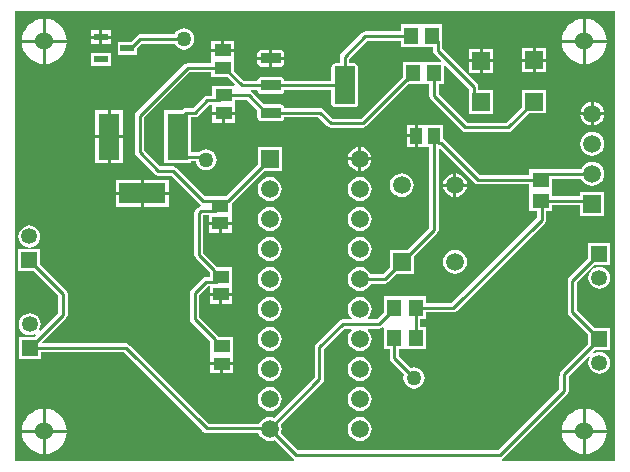
<source format=gtl>
G04*
G04 #@! TF.GenerationSoftware,Altium Limited,Altium Designer,19.1.7 (138)*
G04*
G04 Layer_Physical_Order=1*
G04 Layer_Color=255*
%FSLAX25Y25*%
%MOIN*%
G70*
G01*
G75*
%ADD15C,0.01000*%
%ADD16R,0.04528X0.02362*%
%ADD17R,0.04331X0.05512*%
%ADD18R,0.05512X0.04724*%
%ADD19R,0.05512X0.04331*%
%ADD20R,0.04724X0.05512*%
G04:AMPARAMS|DCode=21|XSize=125.98mil|YSize=68.9mil|CornerRadius=2.07mil|HoleSize=0mil|Usage=FLASHONLY|Rotation=90.000|XOffset=0mil|YOffset=0mil|HoleType=Round|Shape=RoundedRectangle|*
%AMROUNDEDRECTD21*
21,1,0.12598,0.06476,0,0,90.0*
21,1,0.12185,0.06890,0,0,90.0*
1,1,0.00413,0.03238,0.06093*
1,1,0.00413,0.03238,-0.06093*
1,1,0.00413,-0.03238,-0.06093*
1,1,0.00413,-0.03238,0.06093*
%
%ADD21ROUNDEDRECTD21*%
G04:AMPARAMS|DCode=22|XSize=35.43mil|YSize=68.9mil|CornerRadius=1.95mil|HoleSize=0mil|Usage=FLASHONLY|Rotation=90.000|XOffset=0mil|YOffset=0mil|HoleType=Round|Shape=RoundedRectangle|*
%AMROUNDEDRECTD22*
21,1,0.03543,0.06500,0,0,90.0*
21,1,0.03154,0.06890,0,0,90.0*
1,1,0.00390,0.03250,0.01577*
1,1,0.00390,0.03250,-0.01577*
1,1,0.00390,-0.03250,-0.01577*
1,1,0.00390,-0.03250,0.01577*
%
%ADD22ROUNDEDRECTD22*%
%ADD23R,0.05906X0.05906*%
%ADD40C,0.05906*%
%ADD41R,0.05906X0.05906*%
%ADD42C,0.06000*%
%ADD43R,0.07087X0.15748*%
%ADD44R,0.15748X0.07087*%
%ADD45R,0.05315X0.05315*%
%ADD46C,0.05315*%
%ADD47C,0.05000*%
G36*
X200229Y200D02*
X162520D01*
X162397Y662D01*
X162405Y700D01*
X162881Y1019D01*
X184281Y22419D01*
X184613Y22915D01*
X184729Y23500D01*
Y27797D01*
X184829Y28300D01*
Y28411D01*
X191427Y35009D01*
X191834Y34745D01*
X191466Y33855D01*
X191340Y32900D01*
X191466Y31945D01*
X191834Y31056D01*
X192421Y30292D01*
X193185Y29705D01*
X194074Y29337D01*
X195029Y29211D01*
X195984Y29337D01*
X196874Y29705D01*
X197638Y30292D01*
X198224Y31056D01*
X198592Y31945D01*
X198718Y32900D01*
X198592Y33855D01*
X198224Y34745D01*
X197638Y35509D01*
X196874Y36095D01*
X195984Y36463D01*
X195029Y36589D01*
X194074Y36463D01*
X193185Y36095D01*
X192920Y36502D01*
X193535Y37117D01*
X198687D01*
Y44431D01*
X193535D01*
X187558Y50407D01*
Y59636D01*
X191984Y64062D01*
X192361Y63731D01*
X192188Y63506D01*
X191834Y63045D01*
X191466Y62155D01*
X191340Y61200D01*
X191466Y60245D01*
X191834Y59355D01*
X192421Y58592D01*
X193185Y58005D01*
X194074Y57637D01*
X195029Y57511D01*
X195984Y57637D01*
X196874Y58005D01*
X197638Y58592D01*
X198224Y59355D01*
X198592Y60245D01*
X198718Y61200D01*
X198592Y62155D01*
X198224Y63045D01*
X197638Y63809D01*
X196874Y64395D01*
X195984Y64763D01*
X195029Y64889D01*
X194074Y64763D01*
X193185Y64395D01*
X192724Y64041D01*
X192498Y63868D01*
X192168Y64245D01*
X193340Y65417D01*
X198687D01*
Y72732D01*
X191372D01*
Y67774D01*
X184948Y61351D01*
X184616Y60854D01*
X184500Y60269D01*
Y49774D01*
X184616Y49189D01*
X184948Y48693D01*
X191372Y42269D01*
Y39279D01*
X182219Y30126D01*
X181887Y29630D01*
X181771Y29045D01*
Y28703D01*
X181671Y28200D01*
Y24134D01*
X161167Y3629D01*
X94445D01*
X88775Y9299D01*
X88967Y9763D01*
X89103Y10795D01*
X88967Y11827D01*
X88775Y12291D01*
X102781Y26298D01*
X103113Y26794D01*
X103229Y27379D01*
Y37466D01*
X110034Y44271D01*
X112331D01*
X112501Y43771D01*
X112297Y43614D01*
X111663Y42788D01*
X111265Y41827D01*
X111129Y40795D01*
X111265Y39763D01*
X111663Y38802D01*
X112297Y37976D01*
X113123Y37342D01*
X114084Y36944D01*
X115116Y36808D01*
X116148Y36944D01*
X117109Y37342D01*
X117935Y37976D01*
X118569Y38802D01*
X118967Y39763D01*
X119103Y40795D01*
X118967Y41827D01*
X118569Y42788D01*
X117935Y43614D01*
X117731Y43771D01*
X117901Y44271D01*
X121641D01*
X122226Y44387D01*
X122723Y44719D01*
X122824Y44820D01*
X123324Y44613D01*
Y37339D01*
X125156D01*
Y34314D01*
X125273Y33729D01*
X125604Y33233D01*
X129888Y28949D01*
X129790Y28714D01*
X129670Y27800D01*
X129790Y26886D01*
X130143Y26035D01*
X130704Y25304D01*
X131435Y24743D01*
X132286Y24390D01*
X133200Y24270D01*
X134114Y24390D01*
X134965Y24743D01*
X135696Y25304D01*
X136257Y26035D01*
X136610Y26886D01*
X136730Y27800D01*
X136610Y28714D01*
X136257Y29565D01*
X135696Y30296D01*
X134965Y30857D01*
X134114Y31210D01*
X133200Y31330D01*
X132286Y31210D01*
X132051Y31112D01*
X128215Y34948D01*
Y37339D01*
X129910D01*
X130048Y37339D01*
X130410D01*
X130548Y37339D01*
X137135D01*
Y44851D01*
X135258D01*
Y47439D01*
X137091D01*
Y49666D01*
X146324D01*
X146909Y49782D01*
X147406Y50114D01*
X176811Y79519D01*
X177142Y80015D01*
X177259Y80600D01*
Y83495D01*
X179185D01*
Y85327D01*
X188676D01*
Y81947D01*
X196582D01*
Y89853D01*
X188676D01*
Y88386D01*
X179185D01*
Y90081D01*
X179185Y90219D01*
Y90581D01*
X179185Y90719D01*
Y94276D01*
X189023D01*
X189176Y93907D01*
X189810Y93081D01*
X190636Y92447D01*
X191597Y92049D01*
X192629Y91913D01*
X193661Y92049D01*
X194623Y92447D01*
X195448Y93081D01*
X196082Y93907D01*
X196480Y94868D01*
X196616Y95900D01*
X196480Y96932D01*
X196082Y97893D01*
X195448Y98719D01*
X194623Y99353D01*
X193661Y99751D01*
X192629Y99887D01*
X191597Y99751D01*
X190636Y99353D01*
X189810Y98719D01*
X189176Y97893D01*
X188945Y97335D01*
X177291D01*
X177144Y97306D01*
X171673D01*
Y95473D01*
X155072D01*
X143219Y107325D01*
X143047Y107440D01*
Y112256D01*
X134476D01*
Y108500D01*
Y104744D01*
X138353D01*
Y77849D01*
X130961Y70458D01*
X125218D01*
Y64715D01*
X122828Y62325D01*
X118761D01*
X118569Y62788D01*
X117935Y63614D01*
X117109Y64248D01*
X116148Y64646D01*
X115116Y64782D01*
X114084Y64646D01*
X113123Y64248D01*
X112297Y63614D01*
X111663Y62788D01*
X111265Y61827D01*
X111129Y60795D01*
X111265Y59763D01*
X111663Y58802D01*
X112297Y57976D01*
X113123Y57342D01*
X114084Y56944D01*
X115116Y56808D01*
X116148Y56944D01*
X117109Y57342D01*
X117935Y57976D01*
X118569Y58802D01*
X118761Y59266D01*
X123461D01*
X124047Y59382D01*
X124543Y59714D01*
X127381Y62552D01*
X133124D01*
Y68295D01*
X140963Y76134D01*
X141295Y76631D01*
X141411Y77216D01*
Y104101D01*
X141911Y104308D01*
X153357Y92862D01*
X153853Y92530D01*
X154439Y92414D01*
X171673D01*
Y90719D01*
X171673Y90581D01*
Y90219D01*
X171673Y90081D01*
Y83495D01*
X174200D01*
Y81234D01*
X145691Y52724D01*
X137091D01*
Y54951D01*
X130505D01*
X130367Y54951D01*
X130005D01*
X129867Y54951D01*
X123280D01*
Y49602D01*
X121008Y47329D01*
X117914D01*
X117744Y47829D01*
X117935Y47976D01*
X118569Y48802D01*
X118967Y49763D01*
X119103Y50795D01*
X118967Y51827D01*
X118569Y52789D01*
X117935Y53614D01*
X117109Y54248D01*
X116148Y54646D01*
X115116Y54782D01*
X114084Y54646D01*
X113123Y54248D01*
X112297Y53614D01*
X111663Y52789D01*
X111265Y51827D01*
X111129Y50795D01*
X111265Y49763D01*
X111663Y48802D01*
X112297Y47976D01*
X112488Y47829D01*
X112318Y47329D01*
X109400D01*
X108815Y47213D01*
X108319Y46881D01*
X100619Y39181D01*
X100287Y38685D01*
X100171Y38100D01*
Y28013D01*
X86612Y14454D01*
X86148Y14646D01*
X85116Y14782D01*
X84084Y14646D01*
X83123Y14248D01*
X82297Y13614D01*
X81663Y12788D01*
X81556Y12529D01*
X64733D01*
X38355Y38907D01*
X37859Y39239D01*
X37274Y39355D01*
X9475D01*
X9283Y39817D01*
X17311Y47844D01*
X17642Y48341D01*
X17759Y48926D01*
Y55895D01*
X17642Y56480D01*
X17311Y56976D01*
X8687Y65601D01*
Y70753D01*
X1372D01*
Y63438D01*
X6524D01*
X14700Y55262D01*
Y49560D01*
X8731Y43591D01*
X8324Y43856D01*
X8692Y44745D01*
X8818Y45700D01*
X8692Y46655D01*
X8324Y47545D01*
X7738Y48309D01*
X6974Y48895D01*
X6084Y49263D01*
X5129Y49389D01*
X4174Y49263D01*
X3285Y48895D01*
X2521Y48309D01*
X1934Y47545D01*
X1566Y46655D01*
X1440Y45700D01*
X1566Y44745D01*
X1934Y43856D01*
X2521Y43091D01*
X3285Y42505D01*
X4174Y42137D01*
X5129Y42011D01*
X6084Y42137D01*
X6974Y42505D01*
X7238Y42098D01*
X6624Y41484D01*
X1472D01*
Y34168D01*
X8787D01*
Y36297D01*
X36641D01*
X63019Y9919D01*
X63515Y9587D01*
X64100Y9471D01*
X81386D01*
X81663Y8802D01*
X82297Y7976D01*
X83123Y7342D01*
X84084Y6944D01*
X85116Y6808D01*
X86148Y6944D01*
X86612Y7136D01*
X92730Y1019D01*
X93206Y700D01*
X93214Y662D01*
X93092Y200D01*
X229Y200D01*
X229Y150200D01*
X200229D01*
X200229Y200D01*
D02*
G37*
%LPC*%
G36*
X32064Y143621D02*
X29300D01*
Y141940D01*
X32064D01*
Y143621D01*
D02*
G37*
G36*
X28300D02*
X25536D01*
Y141940D01*
X28300D01*
Y143621D01*
D02*
G37*
G36*
X190500Y147487D02*
Y140500D01*
X197487D01*
X197391Y141470D01*
X196963Y142884D01*
X196266Y144187D01*
X195329Y145329D01*
X194187Y146266D01*
X192884Y146963D01*
X191470Y147391D01*
X190500Y147487D01*
D02*
G37*
G36*
X189500D02*
X188530Y147391D01*
X187116Y146963D01*
X185813Y146266D01*
X184671Y145329D01*
X183734Y144187D01*
X183037Y142884D01*
X182608Y141470D01*
X182513Y140500D01*
X189500D01*
Y147487D01*
D02*
G37*
G36*
X10500D02*
Y140500D01*
X17487D01*
X17391Y141470D01*
X16963Y142884D01*
X16266Y144187D01*
X15329Y145329D01*
X14187Y146266D01*
X12884Y146963D01*
X11470Y147391D01*
X10500Y147487D01*
D02*
G37*
G36*
X9500D02*
X8530Y147391D01*
X7116Y146963D01*
X5813Y146266D01*
X4671Y145329D01*
X3734Y144187D01*
X3037Y142884D01*
X2609Y141470D01*
X2513Y140500D01*
X9500D01*
Y147487D01*
D02*
G37*
G36*
X32064Y140940D02*
X29300D01*
Y139259D01*
X32064D01*
Y140940D01*
D02*
G37*
G36*
X28300D02*
X25536D01*
Y139259D01*
X28300D01*
Y140940D01*
D02*
G37*
G36*
X73185Y140271D02*
X69929D01*
Y137606D01*
X73185D01*
Y140271D01*
D02*
G37*
G36*
X68929D02*
X65673D01*
Y137606D01*
X68929D01*
Y140271D01*
D02*
G37*
G36*
X56529Y144330D02*
X55615Y144210D01*
X54764Y143857D01*
X54033Y143296D01*
X53472Y142565D01*
X53374Y142329D01*
X41841D01*
X41256Y142213D01*
X40760Y141881D01*
X38759Y139881D01*
X34394D01*
Y135519D01*
X40922D01*
Y137718D01*
X42474Y139271D01*
X53374D01*
X53472Y139035D01*
X54033Y138304D01*
X54764Y137743D01*
X55615Y137390D01*
X56529Y137270D01*
X57443Y137390D01*
X58294Y137743D01*
X59025Y138304D01*
X59586Y139035D01*
X59939Y139886D01*
X60059Y140800D01*
X59939Y141714D01*
X59586Y142565D01*
X59025Y143296D01*
X58294Y143857D01*
X57443Y144210D01*
X56529Y144330D01*
D02*
G37*
G36*
X88776Y137150D02*
X86026D01*
Y134855D01*
X89994D01*
Y135932D01*
X89902Y136398D01*
X89637Y136793D01*
X89242Y137057D01*
X88776Y137150D01*
D02*
G37*
G36*
X85026D02*
X82276D01*
X81810Y137057D01*
X81415Y136793D01*
X81150Y136398D01*
X81058Y135932D01*
Y134855D01*
X85026D01*
Y137150D01*
D02*
G37*
G36*
X177182Y137653D02*
X173729D01*
Y134200D01*
X177182D01*
Y137653D01*
D02*
G37*
G36*
X172729D02*
X169276D01*
Y134200D01*
X172729D01*
Y137653D01*
D02*
G37*
G36*
X159582Y137453D02*
X156129D01*
Y134000D01*
X159582D01*
Y137453D01*
D02*
G37*
G36*
X155129D02*
X151676D01*
Y134000D01*
X155129D01*
Y137453D01*
D02*
G37*
G36*
X197487Y139500D02*
X190500D01*
Y132513D01*
X191470Y132608D01*
X192884Y133037D01*
X194187Y133734D01*
X195329Y134671D01*
X196266Y135813D01*
X196963Y137116D01*
X197391Y138530D01*
X197487Y139500D01*
D02*
G37*
G36*
X189500D02*
X182513D01*
X182608Y138530D01*
X183037Y137116D01*
X183734Y135813D01*
X184671Y134671D01*
X185813Y133734D01*
X187116Y133037D01*
X188530Y132608D01*
X189500Y132513D01*
Y139500D01*
D02*
G37*
G36*
X17487D02*
X10500D01*
Y132513D01*
X11470Y132608D01*
X12884Y133037D01*
X14187Y133734D01*
X15329Y134671D01*
X16266Y135813D01*
X16963Y137116D01*
X17391Y138530D01*
X17487Y139500D01*
D02*
G37*
G36*
X9500D02*
X2513D01*
X2609Y138530D01*
X3037Y137116D01*
X3734Y135813D01*
X4671Y134671D01*
X5813Y133734D01*
X7116Y133037D01*
X8530Y132608D01*
X9500Y132513D01*
Y139500D01*
D02*
G37*
G36*
X32064Y136141D02*
X25536D01*
Y131779D01*
X32064D01*
Y136141D01*
D02*
G37*
G36*
X89994Y133855D02*
X86026D01*
Y131560D01*
X88776D01*
X89242Y131653D01*
X89637Y131917D01*
X89902Y132312D01*
X89994Y132778D01*
Y133855D01*
D02*
G37*
G36*
X85026D02*
X81058D01*
Y132778D01*
X81150Y132312D01*
X81415Y131917D01*
X81810Y131653D01*
X82276Y131560D01*
X85026D01*
Y133855D01*
D02*
G37*
G36*
X177182Y133200D02*
X173729D01*
Y129747D01*
X177182D01*
Y133200D01*
D02*
G37*
G36*
X172729D02*
X169276D01*
Y129747D01*
X172729D01*
Y133200D01*
D02*
G37*
G36*
X159582Y133000D02*
X156129D01*
Y129547D01*
X159582D01*
Y133000D01*
D02*
G37*
G36*
X155129D02*
X151676D01*
Y129547D01*
X155129D01*
Y133000D01*
D02*
G37*
G36*
X135910Y145656D02*
X135548D01*
X135410Y145656D01*
X128824D01*
Y143329D01*
X117029D01*
X116444Y143213D01*
X115948Y142881D01*
X109051Y135985D01*
X108719Y135488D01*
X108603Y134903D01*
Y132623D01*
X106894D01*
X106423Y132529D01*
X106024Y132263D01*
X105757Y131863D01*
X105664Y131393D01*
Y126829D01*
X89994D01*
Y126877D01*
X89902Y127343D01*
X89637Y127738D01*
X89242Y128002D01*
X88776Y128095D01*
X82276D01*
X81810Y128002D01*
X81415Y127738D01*
X81150Y127343D01*
X81058Y126877D01*
Y126829D01*
X76553D01*
X73185Y130198D01*
Y133940D01*
Y136606D01*
X69429D01*
X65673D01*
Y133940D01*
Y132729D01*
X57729D01*
X57144Y132613D01*
X56648Y132281D01*
X40648Y116281D01*
X40316Y115785D01*
X40200Y115200D01*
Y103000D01*
X40316Y102415D01*
X40648Y101919D01*
X46848Y95719D01*
X47344Y95387D01*
X47929Y95271D01*
X52296D01*
X61787Y85779D01*
X62127Y85552D01*
X62132Y85420D01*
X62006Y85032D01*
X61559Y84943D01*
X61063Y84611D01*
X60448Y83996D01*
X60116Y83499D01*
X60000Y82914D01*
Y68895D01*
X60116Y68310D01*
X60448Y67814D01*
X65055Y63207D01*
X65073Y63113D01*
Y61459D01*
X63959D01*
X63374Y61343D01*
X62877Y61011D01*
X59048Y57181D01*
X58716Y56685D01*
X58600Y56100D01*
Y47395D01*
X58716Y46810D01*
X59048Y46314D01*
X65355Y40007D01*
X65373Y39913D01*
Y35230D01*
Y32990D01*
X72885D01*
Y35230D01*
Y41560D01*
X68070D01*
X67955Y41732D01*
X61659Y48029D01*
Y55467D01*
X64573Y58381D01*
X65073Y58354D01*
Y56190D01*
X72585D01*
Y58430D01*
Y64760D01*
X67770D01*
X67655Y64932D01*
X63059Y69529D01*
Y82000D01*
X64926D01*
Y79790D01*
X72438D01*
Y82030D01*
Y85954D01*
X83326Y96842D01*
X89069D01*
Y104748D01*
X81163D01*
Y99005D01*
X70548Y88390D01*
X70347D01*
X70200Y88360D01*
X67164D01*
X67017Y88390D01*
X63502D01*
X54011Y97881D01*
X53514Y98213D01*
X52929Y98329D01*
X48563D01*
X43259Y103633D01*
Y114567D01*
X58363Y129671D01*
X65673D01*
Y128035D01*
X71022D01*
X73439Y125618D01*
X73232Y125118D01*
X73090Y125118D01*
X65973D01*
Y121817D01*
X64380D01*
X63794Y121700D01*
X63298Y121369D01*
X59733Y117803D01*
X57272D01*
X56687Y117687D01*
X56191Y117356D01*
X55963Y117128D01*
X49886D01*
Y99379D01*
X58972D01*
Y99997D01*
X60465D01*
X60519Y99586D01*
X60872Y98735D01*
X61433Y98004D01*
X62164Y97443D01*
X63015Y97090D01*
X63929Y96970D01*
X64843Y97090D01*
X65694Y97443D01*
X66425Y98004D01*
X66986Y98735D01*
X67339Y99586D01*
X67459Y100500D01*
X67339Y101414D01*
X66986Y102265D01*
X66425Y102996D01*
X65694Y103557D01*
X64843Y103910D01*
X63929Y104030D01*
X63015Y103910D01*
X62164Y103557D01*
X61510Y103055D01*
X58972D01*
Y114745D01*
X60366D01*
X60951Y114861D01*
X61448Y115193D01*
X65013Y118758D01*
X65973D01*
Y116547D01*
X73485D01*
Y118787D01*
Y120423D01*
X77511D01*
X81058Y116877D01*
Y114668D01*
X81150Y114202D01*
X81415Y113807D01*
X81810Y113543D01*
X82276Y113450D01*
X88776D01*
X89242Y113543D01*
X89637Y113807D01*
X89902Y114202D01*
X89994Y114668D01*
Y114716D01*
X101251D01*
X104348Y111619D01*
X104844Y111287D01*
X105429Y111171D01*
X116086D01*
X116671Y111287D01*
X117167Y111619D01*
X131193Y125644D01*
X136010D01*
X136148Y125644D01*
X136510D01*
X136648Y125644D01*
X138343D01*
Y121757D01*
X138460Y121171D01*
X138791Y120675D01*
X149248Y110219D01*
X149744Y109887D01*
X150329Y109771D01*
X164609D01*
X165194Y109887D01*
X165690Y110219D01*
X171439Y115968D01*
X177182D01*
Y123873D01*
X169276D01*
Y118131D01*
X163975Y112829D01*
X150963D01*
X141402Y122390D01*
Y125644D01*
X143235D01*
Y132013D01*
X143697Y132205D01*
X151647Y124254D01*
Y122173D01*
X151676Y122025D01*
Y115768D01*
X159582D01*
Y123673D01*
X154706D01*
Y124888D01*
X154589Y125473D01*
X154258Y125969D01*
X142664Y137563D01*
Y140038D01*
X142635Y140186D01*
Y145656D01*
X136048D01*
X135910Y145656D01*
D02*
G37*
G36*
X193129Y119821D02*
Y116400D01*
X196550D01*
X196480Y116932D01*
X196082Y117893D01*
X195448Y118719D01*
X194623Y119353D01*
X193661Y119751D01*
X193129Y119821D01*
D02*
G37*
G36*
X192129D02*
X191597Y119751D01*
X190636Y119353D01*
X189810Y118719D01*
X189176Y117893D01*
X188778Y116932D01*
X188708Y116400D01*
X192129D01*
Y119821D01*
D02*
G37*
G36*
X73485Y115547D02*
X70229D01*
Y112882D01*
X73485D01*
Y115547D01*
D02*
G37*
G36*
X69229D02*
X65973D01*
Y112882D01*
X69229D01*
Y115547D01*
D02*
G37*
G36*
X192129Y115400D02*
X188708D01*
X188778Y114868D01*
X189176Y113907D01*
X189810Y113081D01*
X190636Y112447D01*
X191597Y112049D01*
X192129Y111979D01*
Y115400D01*
D02*
G37*
G36*
X196550D02*
X193129D01*
Y111979D01*
X193661Y112049D01*
X194623Y112447D01*
X195448Y113081D01*
X196082Y113907D01*
X196480Y114868D01*
X196550Y115400D01*
D02*
G37*
G36*
X133476Y112256D02*
X130811D01*
Y109000D01*
X133476D01*
Y112256D01*
D02*
G37*
G36*
X36138Y117128D02*
X32094D01*
Y108754D01*
X36138D01*
Y117128D01*
D02*
G37*
G36*
X31095D02*
X27051D01*
Y108754D01*
X31095D01*
Y117128D01*
D02*
G37*
G36*
X133476Y108000D02*
X130811D01*
Y104744D01*
X133476D01*
Y108000D01*
D02*
G37*
G36*
X192629Y109887D02*
X191597Y109751D01*
X190636Y109353D01*
X189810Y108719D01*
X189176Y107893D01*
X188778Y106932D01*
X188642Y105900D01*
X188778Y104868D01*
X189176Y103907D01*
X189810Y103081D01*
X190636Y102447D01*
X191597Y102049D01*
X192629Y101913D01*
X193661Y102049D01*
X194623Y102447D01*
X195448Y103081D01*
X196082Y103907D01*
X196480Y104868D01*
X196616Y105900D01*
X196480Y106932D01*
X196082Y107893D01*
X195448Y108719D01*
X194623Y109353D01*
X193661Y109751D01*
X192629Y109887D01*
D02*
G37*
G36*
X115616Y104716D02*
Y101295D01*
X119037D01*
X118967Y101827D01*
X118569Y102788D01*
X117935Y103614D01*
X117109Y104248D01*
X116148Y104646D01*
X115616Y104716D01*
D02*
G37*
G36*
X114616D02*
X114084Y104646D01*
X113123Y104248D01*
X112297Y103614D01*
X111663Y102788D01*
X111265Y101827D01*
X111195Y101295D01*
X114616D01*
Y104716D01*
D02*
G37*
G36*
X36138Y107754D02*
X32094D01*
Y99379D01*
X36138D01*
Y107754D01*
D02*
G37*
G36*
X31095D02*
X27051D01*
Y99379D01*
X31095D01*
Y107754D01*
D02*
G37*
G36*
X119037Y100295D02*
X115616D01*
Y96874D01*
X116148Y96944D01*
X117109Y97342D01*
X117935Y97976D01*
X118569Y98802D01*
X118967Y99763D01*
X119037Y100295D01*
D02*
G37*
G36*
X114616D02*
X111195D01*
X111265Y99763D01*
X111663Y98802D01*
X112297Y97976D01*
X113123Y97342D01*
X114084Y96944D01*
X114616Y96874D01*
Y100295D01*
D02*
G37*
G36*
X147387Y96016D02*
Y92595D01*
X150808D01*
X150738Y93127D01*
X150340Y94089D01*
X149706Y94914D01*
X148881Y95548D01*
X147919Y95946D01*
X147387Y96016D01*
D02*
G37*
G36*
X146387D02*
X145855Y95946D01*
X144894Y95548D01*
X144068Y94914D01*
X143435Y94089D01*
X143036Y93127D01*
X142966Y92595D01*
X146387D01*
Y96016D01*
D02*
G37*
G36*
X51492Y93899D02*
X43118D01*
Y89856D01*
X51492D01*
Y93899D01*
D02*
G37*
G36*
X42118D02*
X33744D01*
Y89856D01*
X42118D01*
Y93899D01*
D02*
G37*
G36*
X150808Y91595D02*
X147387D01*
Y88174D01*
X147919Y88244D01*
X148881Y88643D01*
X149706Y89276D01*
X150340Y90102D01*
X150738Y91063D01*
X150808Y91595D01*
D02*
G37*
G36*
X146387D02*
X142966D01*
X143036Y91063D01*
X143435Y90102D01*
X144068Y89276D01*
X144894Y88643D01*
X145855Y88244D01*
X146387Y88174D01*
Y91595D01*
D02*
G37*
G36*
X129171Y96082D02*
X128139Y95946D01*
X127177Y95548D01*
X126352Y94914D01*
X125718Y94089D01*
X125320Y93127D01*
X125184Y92095D01*
X125320Y91063D01*
X125718Y90102D01*
X126352Y89276D01*
X127177Y88643D01*
X128139Y88244D01*
X129171Y88108D01*
X130203Y88244D01*
X131164Y88643D01*
X131990Y89276D01*
X132624Y90102D01*
X133022Y91063D01*
X133158Y92095D01*
X133022Y93127D01*
X132624Y94089D01*
X131990Y94914D01*
X131164Y95548D01*
X130203Y95946D01*
X129171Y96082D01*
D02*
G37*
G36*
X115116Y94782D02*
X114084Y94646D01*
X113123Y94248D01*
X112297Y93614D01*
X111663Y92788D01*
X111265Y91827D01*
X111129Y90795D01*
X111265Y89763D01*
X111663Y88802D01*
X112297Y87976D01*
X113123Y87342D01*
X114084Y86944D01*
X115116Y86808D01*
X116148Y86944D01*
X117109Y87342D01*
X117935Y87976D01*
X118569Y88802D01*
X118967Y89763D01*
X119103Y90795D01*
X118967Y91827D01*
X118569Y92788D01*
X117935Y93614D01*
X117109Y94248D01*
X116148Y94646D01*
X115116Y94782D01*
D02*
G37*
G36*
X85116D02*
X84084Y94646D01*
X83123Y94248D01*
X82297Y93614D01*
X81663Y92788D01*
X81265Y91827D01*
X81129Y90795D01*
X81265Y89763D01*
X81663Y88802D01*
X82297Y87976D01*
X83123Y87342D01*
X84084Y86944D01*
X85116Y86808D01*
X86148Y86944D01*
X87109Y87342D01*
X87935Y87976D01*
X88569Y88802D01*
X88967Y89763D01*
X89103Y90795D01*
X88967Y91827D01*
X88569Y92788D01*
X87935Y93614D01*
X87109Y94248D01*
X86148Y94646D01*
X85116Y94782D01*
D02*
G37*
G36*
X51492Y88856D02*
X43118D01*
Y84813D01*
X51492D01*
Y88856D01*
D02*
G37*
G36*
X42118D02*
X33744D01*
Y84813D01*
X42118D01*
Y88856D01*
D02*
G37*
G36*
X115116Y84782D02*
X114084Y84646D01*
X113123Y84248D01*
X112297Y83614D01*
X111663Y82788D01*
X111265Y81827D01*
X111129Y80795D01*
X111265Y79763D01*
X111663Y78802D01*
X112297Y77976D01*
X113123Y77342D01*
X114084Y76944D01*
X115116Y76808D01*
X116148Y76944D01*
X117109Y77342D01*
X117935Y77976D01*
X118569Y78802D01*
X118967Y79763D01*
X119103Y80795D01*
X118967Y81827D01*
X118569Y82788D01*
X117935Y83614D01*
X117109Y84248D01*
X116148Y84646D01*
X115116Y84782D01*
D02*
G37*
G36*
X85116D02*
X84084Y84646D01*
X83123Y84248D01*
X82297Y83614D01*
X81663Y82788D01*
X81265Y81827D01*
X81129Y80795D01*
X81265Y79763D01*
X81663Y78802D01*
X82297Y77976D01*
X83123Y77342D01*
X84084Y76944D01*
X85116Y76808D01*
X86148Y76944D01*
X87109Y77342D01*
X87935Y77976D01*
X88569Y78802D01*
X88967Y79763D01*
X89103Y80795D01*
X88967Y81827D01*
X88569Y82788D01*
X87935Y83614D01*
X87109Y84248D01*
X86148Y84646D01*
X85116Y84782D01*
D02*
G37*
G36*
X72438Y78790D02*
X69182D01*
Y76124D01*
X72438D01*
Y78790D01*
D02*
G37*
G36*
X68182D02*
X64926D01*
Y76124D01*
X68182D01*
Y78790D01*
D02*
G37*
G36*
X5029Y78658D02*
X4074Y78532D01*
X3185Y78164D01*
X2421Y77578D01*
X1834Y76814D01*
X1466Y75924D01*
X1340Y74969D01*
X1466Y74014D01*
X1834Y73125D01*
X2421Y72361D01*
X3185Y71774D01*
X4074Y71406D01*
X5029Y71280D01*
X5984Y71406D01*
X6874Y71774D01*
X7638Y72361D01*
X8224Y73125D01*
X8592Y74014D01*
X8718Y74969D01*
X8592Y75924D01*
X8224Y76814D01*
X7638Y77578D01*
X6874Y78164D01*
X5984Y78532D01*
X5029Y78658D01*
D02*
G37*
G36*
X115116Y74782D02*
X114084Y74646D01*
X113123Y74248D01*
X112297Y73614D01*
X111663Y72789D01*
X111265Y71827D01*
X111129Y70795D01*
X111265Y69763D01*
X111663Y68802D01*
X112297Y67976D01*
X113123Y67342D01*
X114084Y66944D01*
X115116Y66808D01*
X116148Y66944D01*
X117109Y67342D01*
X117935Y67976D01*
X118569Y68802D01*
X118967Y69763D01*
X119103Y70795D01*
X118967Y71827D01*
X118569Y72789D01*
X117935Y73614D01*
X117109Y74248D01*
X116148Y74646D01*
X115116Y74782D01*
D02*
G37*
G36*
X85116D02*
X84084Y74646D01*
X83123Y74248D01*
X82297Y73614D01*
X81663Y72789D01*
X81265Y71827D01*
X81129Y70795D01*
X81265Y69763D01*
X81663Y68802D01*
X82297Y67976D01*
X83123Y67342D01*
X84084Y66944D01*
X85116Y66808D01*
X86148Y66944D01*
X87109Y67342D01*
X87935Y67976D01*
X88569Y68802D01*
X88967Y69763D01*
X89103Y70795D01*
X88967Y71827D01*
X88569Y72789D01*
X87935Y73614D01*
X87109Y74248D01*
X86148Y74646D01*
X85116Y74782D01*
D02*
G37*
G36*
X146887Y70492D02*
X145855Y70356D01*
X144894Y69957D01*
X144068Y69324D01*
X143435Y68498D01*
X143036Y67537D01*
X142901Y66505D01*
X143036Y65473D01*
X143435Y64511D01*
X144068Y63686D01*
X144894Y63052D01*
X145855Y62654D01*
X146887Y62518D01*
X147919Y62654D01*
X148881Y63052D01*
X149706Y63686D01*
X150340Y64511D01*
X150738Y65473D01*
X150874Y66505D01*
X150738Y67537D01*
X150340Y68498D01*
X149706Y69324D01*
X148881Y69957D01*
X147919Y70356D01*
X146887Y70492D01*
D02*
G37*
G36*
X85116Y64782D02*
X84084Y64646D01*
X83123Y64248D01*
X82297Y63614D01*
X81663Y62788D01*
X81265Y61827D01*
X81129Y60795D01*
X81265Y59763D01*
X81663Y58802D01*
X82297Y57976D01*
X83123Y57342D01*
X84084Y56944D01*
X85116Y56808D01*
X86148Y56944D01*
X87109Y57342D01*
X87935Y57976D01*
X88569Y58802D01*
X88967Y59763D01*
X89103Y60795D01*
X88967Y61827D01*
X88569Y62788D01*
X87935Y63614D01*
X87109Y64248D01*
X86148Y64646D01*
X85116Y64782D01*
D02*
G37*
G36*
X72585Y55190D02*
X69329D01*
Y52524D01*
X72585D01*
Y55190D01*
D02*
G37*
G36*
X68329D02*
X65073D01*
Y52524D01*
X68329D01*
Y55190D01*
D02*
G37*
G36*
X85116Y54782D02*
X84084Y54646D01*
X83123Y54248D01*
X82297Y53614D01*
X81663Y52789D01*
X81265Y51827D01*
X81129Y50795D01*
X81265Y49763D01*
X81663Y48802D01*
X82297Y47976D01*
X83123Y47342D01*
X84084Y46944D01*
X85116Y46808D01*
X86148Y46944D01*
X87109Y47342D01*
X87935Y47976D01*
X88569Y48802D01*
X88967Y49763D01*
X89103Y50795D01*
X88967Y51827D01*
X88569Y52789D01*
X87935Y53614D01*
X87109Y54248D01*
X86148Y54646D01*
X85116Y54782D01*
D02*
G37*
G36*
Y44782D02*
X84084Y44646D01*
X83123Y44248D01*
X82297Y43614D01*
X81663Y42788D01*
X81265Y41827D01*
X81129Y40795D01*
X81265Y39763D01*
X81663Y38802D01*
X82297Y37976D01*
X83123Y37342D01*
X84084Y36944D01*
X85116Y36808D01*
X86148Y36944D01*
X87109Y37342D01*
X87935Y37976D01*
X88569Y38802D01*
X88967Y39763D01*
X89103Y40795D01*
X88967Y41827D01*
X88569Y42788D01*
X87935Y43614D01*
X87109Y44248D01*
X86148Y44646D01*
X85116Y44782D01*
D02*
G37*
G36*
X72885Y31990D02*
X69629D01*
Y29324D01*
X72885D01*
Y31990D01*
D02*
G37*
G36*
X68629D02*
X65373D01*
Y29324D01*
X68629D01*
Y31990D01*
D02*
G37*
G36*
X115116Y34782D02*
X114084Y34646D01*
X113123Y34248D01*
X112297Y33614D01*
X111663Y32789D01*
X111265Y31827D01*
X111129Y30795D01*
X111265Y29763D01*
X111663Y28802D01*
X112297Y27976D01*
X113123Y27342D01*
X114084Y26944D01*
X115116Y26808D01*
X116148Y26944D01*
X117109Y27342D01*
X117935Y27976D01*
X118569Y28802D01*
X118967Y29763D01*
X119103Y30795D01*
X118967Y31827D01*
X118569Y32789D01*
X117935Y33614D01*
X117109Y34248D01*
X116148Y34646D01*
X115116Y34782D01*
D02*
G37*
G36*
X85116D02*
X84084Y34646D01*
X83123Y34248D01*
X82297Y33614D01*
X81663Y32789D01*
X81265Y31827D01*
X81129Y30795D01*
X81265Y29763D01*
X81663Y28802D01*
X82297Y27976D01*
X83123Y27342D01*
X84084Y26944D01*
X85116Y26808D01*
X86148Y26944D01*
X87109Y27342D01*
X87935Y27976D01*
X88569Y28802D01*
X88967Y29763D01*
X89103Y30795D01*
X88967Y31827D01*
X88569Y32789D01*
X87935Y33614D01*
X87109Y34248D01*
X86148Y34646D01*
X85116Y34782D01*
D02*
G37*
G36*
X115116Y24782D02*
X114084Y24646D01*
X113123Y24248D01*
X112297Y23614D01*
X111663Y22788D01*
X111265Y21827D01*
X111129Y20795D01*
X111265Y19763D01*
X111663Y18802D01*
X112297Y17976D01*
X113123Y17342D01*
X114084Y16944D01*
X115116Y16808D01*
X116148Y16944D01*
X117109Y17342D01*
X117935Y17976D01*
X118569Y18802D01*
X118967Y19763D01*
X119103Y20795D01*
X118967Y21827D01*
X118569Y22788D01*
X117935Y23614D01*
X117109Y24248D01*
X116148Y24646D01*
X115116Y24782D01*
D02*
G37*
G36*
X85116D02*
X84084Y24646D01*
X83123Y24248D01*
X82297Y23614D01*
X81663Y22788D01*
X81265Y21827D01*
X81129Y20795D01*
X81265Y19763D01*
X81663Y18802D01*
X82297Y17976D01*
X83123Y17342D01*
X84084Y16944D01*
X85116Y16808D01*
X86148Y16944D01*
X87109Y17342D01*
X87935Y17976D01*
X88569Y18802D01*
X88967Y19763D01*
X89103Y20795D01*
X88967Y21827D01*
X88569Y22788D01*
X87935Y23614D01*
X87109Y24248D01*
X86148Y24646D01*
X85116Y24782D01*
D02*
G37*
G36*
X190500Y17487D02*
Y10500D01*
X197487D01*
X197391Y11470D01*
X196963Y12884D01*
X196266Y14187D01*
X195329Y15329D01*
X194187Y16266D01*
X192884Y16963D01*
X191470Y17391D01*
X190500Y17487D01*
D02*
G37*
G36*
X189500D02*
X188530Y17391D01*
X187116Y16963D01*
X185813Y16266D01*
X184671Y15329D01*
X183734Y14187D01*
X183037Y12884D01*
X182608Y11470D01*
X182513Y10500D01*
X189500D01*
Y17487D01*
D02*
G37*
G36*
X10500D02*
Y10500D01*
X17487D01*
X17391Y11470D01*
X16963Y12884D01*
X16266Y14187D01*
X15329Y15329D01*
X14187Y16266D01*
X12884Y16963D01*
X11470Y17391D01*
X10500Y17487D01*
D02*
G37*
G36*
X9500D02*
X8530Y17391D01*
X7116Y16963D01*
X5813Y16266D01*
X4671Y15329D01*
X3734Y14187D01*
X3037Y12884D01*
X2609Y11470D01*
X2513Y10500D01*
X9500D01*
Y17487D01*
D02*
G37*
G36*
X115116Y14782D02*
X114084Y14646D01*
X113123Y14248D01*
X112297Y13614D01*
X111663Y12788D01*
X111265Y11827D01*
X111129Y10795D01*
X111265Y9763D01*
X111663Y8802D01*
X112297Y7976D01*
X113123Y7342D01*
X114084Y6944D01*
X115116Y6808D01*
X116148Y6944D01*
X117109Y7342D01*
X117935Y7976D01*
X118569Y8802D01*
X118967Y9763D01*
X119103Y10795D01*
X118967Y11827D01*
X118569Y12788D01*
X117935Y13614D01*
X117109Y14248D01*
X116148Y14646D01*
X115116Y14782D01*
D02*
G37*
G36*
X197487Y9500D02*
X190500D01*
Y2513D01*
X191470Y2609D01*
X192884Y3037D01*
X194187Y3734D01*
X195329Y4671D01*
X196266Y5813D01*
X196963Y7116D01*
X197391Y8530D01*
X197487Y9500D01*
D02*
G37*
G36*
X189500D02*
X182513D01*
X182608Y8530D01*
X183037Y7116D01*
X183734Y5813D01*
X184671Y4671D01*
X185813Y3734D01*
X187116Y3037D01*
X188530Y2609D01*
X189500Y2513D01*
Y9500D01*
D02*
G37*
G36*
X17487D02*
X10500D01*
Y2513D01*
X11470Y2609D01*
X12884Y3037D01*
X14187Y3734D01*
X15329Y4671D01*
X16266Y5813D01*
X16963Y7116D01*
X17391Y8530D01*
X17487Y9500D01*
D02*
G37*
G36*
X9500D02*
X2513D01*
X2609Y8530D01*
X3037Y7116D01*
X3734Y5813D01*
X4671Y4671D01*
X5813Y3734D01*
X7116Y3037D01*
X8530Y2609D01*
X9500Y2513D01*
Y9500D01*
D02*
G37*
%LPD*%
G36*
X128824Y138144D02*
X135410D01*
X135548Y138144D01*
X135910D01*
X136048Y138144D01*
X139605D01*
Y136930D01*
X139722Y136344D01*
X140053Y135848D01*
X142283Y133618D01*
X142092Y133156D01*
X136648D01*
X136510Y133156D01*
X136148D01*
X136010Y133156D01*
X129424D01*
Y128201D01*
X115452Y114229D01*
X106063D01*
X102966Y117326D01*
X102470Y117658D01*
X101884Y117774D01*
X89994D01*
Y117822D01*
X89902Y118288D01*
X89637Y118683D01*
X89242Y118947D01*
X88776Y119040D01*
X83221D01*
X79226Y123034D01*
X78873Y123271D01*
X79024Y123771D01*
X81058D01*
Y123723D01*
X81150Y123257D01*
X81415Y122862D01*
X81810Y122598D01*
X82276Y122505D01*
X88776D01*
X89242Y122598D01*
X89637Y122862D01*
X89902Y123257D01*
X89994Y123723D01*
Y123771D01*
X105664D01*
Y119208D01*
X105757Y118737D01*
X106024Y118338D01*
X106423Y118071D01*
X106894Y117977D01*
X113371D01*
X113841Y118071D01*
X114240Y118338D01*
X114507Y118737D01*
X114601Y119208D01*
Y131393D01*
X114507Y131863D01*
X114240Y132263D01*
X113841Y132529D01*
X113371Y132623D01*
X111662D01*
Y134270D01*
X117663Y140271D01*
X128824D01*
Y138144D01*
D02*
G37*
D15*
X126686Y34314D02*
X133200Y27800D01*
X126686Y34314D02*
Y41095D01*
X183300Y28300D02*
Y29045D01*
X195029Y40774D01*
X183200Y28200D02*
X183300Y28300D01*
X183200Y23500D02*
Y28200D01*
X161800Y2100D02*
X183200Y23500D01*
X93811Y2100D02*
X161800D01*
X85116Y10795D02*
X93811Y2100D01*
X121641Y45800D02*
X126643Y50801D01*
Y51195D01*
X109400Y45800D02*
X121641D01*
X101700Y38100D02*
X109400Y45800D01*
X101700Y27379D02*
Y38100D01*
X85116Y10795D02*
X101700Y27379D01*
X64100Y11000D02*
X84911D01*
X85116Y10795D01*
X37274Y37826D02*
X64100Y11000D01*
X5129Y37826D02*
X37274D01*
X68534Y61300D02*
X68829Y61595D01*
X54229Y108254D02*
Y113231D01*
X57472Y101526D02*
X61821D01*
X54429Y104569D02*
X57472Y101526D01*
X54429Y104569D02*
Y108254D01*
X54229Y113231D02*
X57272Y116274D01*
X186029Y49774D02*
Y60269D01*
Y49774D02*
X195029Y40774D01*
X186029Y60269D02*
X194829Y69069D01*
X5129Y37826D02*
X16229Y48926D01*
X38741Y137700D02*
X41841Y140800D01*
X37658Y137700D02*
X38741D01*
X41841Y140800D02*
X56529D01*
X62847Y100500D02*
X63929D01*
X61821Y101526D02*
X62847Y100500D01*
X62869Y86860D02*
X67017D01*
X52929Y96800D02*
X62869Y86860D01*
X47929Y96800D02*
X52929D01*
X41729Y103000D02*
X47929Y96800D01*
X67017Y86860D02*
X68682Y85195D01*
X41729Y103000D02*
Y115200D01*
X57729Y131200D01*
X69429D01*
X139882Y107909D02*
Y108500D01*
Y77216D02*
Y107909D01*
X129171Y66505D02*
X139882Y77216D01*
X66873Y40060D02*
X68539Y38395D01*
X66873Y40060D02*
Y40651D01*
X67164Y59930D02*
X68534Y61300D01*
X16229Y48926D02*
Y55895D01*
X5029Y67095D02*
X16229Y55895D01*
X192535Y95806D02*
X192629Y95900D01*
X177291Y95806D02*
X192535D01*
X175429Y93943D02*
X177291Y95806D01*
X191672Y86857D02*
X192629Y85900D01*
X175429Y86857D02*
X191672D01*
X175729Y80600D02*
Y86557D01*
X175429Y86857D02*
X175729Y86557D01*
X146324Y51195D02*
X175729Y80600D01*
X133729Y51195D02*
X146324D01*
X133729Y41138D02*
X133772Y41095D01*
X133729Y41138D02*
Y51195D01*
X68682Y85195D02*
X70347Y86860D01*
X71181D01*
X85116Y100795D01*
X61529Y82914D02*
X62145Y83530D01*
X67017D01*
X68682Y85195D01*
X61529Y68895D02*
Y82914D01*
Y68895D02*
X66573Y63851D01*
Y63260D02*
Y63851D01*
Y63260D02*
X68239Y61595D01*
X68829D01*
X60129Y47395D02*
Y56100D01*
Y47395D02*
X66873Y40651D01*
X68539Y38395D02*
X69129D01*
X60129Y56100D02*
X63959Y59930D01*
X67164D01*
X126386Y40795D02*
X126686Y41095D01*
X126242Y50795D02*
X126643Y51195D01*
X115116Y60795D02*
X123461D01*
X129171Y66505D01*
X142138Y106244D02*
X154439Y93943D01*
X141547Y106244D02*
X142138D01*
X139882Y107909D02*
X141547Y106244D01*
X154439Y93943D02*
X175429D01*
X153176Y122173D02*
X155629Y119720D01*
X153176Y122173D02*
Y124888D01*
X141135Y136930D02*
X153176Y124888D01*
X141135Y136930D02*
Y140038D01*
X139272Y141900D02*
X141135Y140038D01*
X150329Y111300D02*
X164609D01*
X173229Y119921D01*
X139872Y121757D02*
X150329Y111300D01*
X139872Y121757D02*
Y129400D01*
X117029Y141800D02*
X132086D01*
X132186Y141900D01*
X110132Y134903D02*
X117029Y141800D01*
X110132Y125300D02*
Y134903D01*
X105429Y112700D02*
X116086D01*
X130530Y127144D01*
X130924D01*
X132786Y129006D01*
Y129400D01*
X101884Y116245D02*
X105429Y112700D01*
X85526Y116245D02*
X101884D01*
X69729Y121953D02*
X78145D01*
X83853Y116245D01*
X85526D01*
X70020Y131200D02*
X75920Y125300D01*
X69429Y131200D02*
X70020D01*
X75920Y125300D02*
X85526D01*
X110132D01*
X68064Y120287D02*
X69729Y121953D01*
X64380Y120287D02*
X68064D01*
X60366Y116274D02*
X64380Y120287D01*
X57272Y116274D02*
X60366D01*
D16*
X28800Y141440D02*
D03*
Y133960D02*
D03*
X37658Y137700D02*
D03*
D17*
X139882Y108500D02*
D03*
X133976D02*
D03*
D18*
X175429Y86857D02*
D03*
Y93943D02*
D03*
D19*
X69429Y137106D02*
D03*
Y131200D02*
D03*
X69729Y116047D02*
D03*
Y121953D02*
D03*
X68682Y79290D02*
D03*
Y85195D02*
D03*
X68829Y55690D02*
D03*
Y61595D02*
D03*
X69129Y32490D02*
D03*
Y38395D02*
D03*
D20*
X133772Y41095D02*
D03*
X126686D02*
D03*
X133729Y51195D02*
D03*
X126643D02*
D03*
X132186Y141900D02*
D03*
X139272D02*
D03*
X132786Y129400D02*
D03*
X139872D02*
D03*
D21*
X110132Y125300D02*
D03*
D22*
X85526Y116245D02*
D03*
Y125300D02*
D03*
Y134355D02*
D03*
D23*
X173229Y133700D02*
D03*
Y119921D02*
D03*
X155629Y133500D02*
D03*
Y119720D02*
D03*
X129171Y66505D02*
D03*
X192629Y85900D02*
D03*
D40*
X115116Y10795D02*
D03*
Y20795D02*
D03*
Y30795D02*
D03*
Y40795D02*
D03*
Y50795D02*
D03*
Y60795D02*
D03*
Y70795D02*
D03*
Y80795D02*
D03*
Y90795D02*
D03*
Y100795D02*
D03*
X85116Y10795D02*
D03*
Y20795D02*
D03*
Y30795D02*
D03*
Y40795D02*
D03*
Y50795D02*
D03*
Y60795D02*
D03*
Y70795D02*
D03*
Y80795D02*
D03*
Y90795D02*
D03*
X146887Y66505D02*
D03*
Y92095D02*
D03*
X129171D02*
D03*
X192629Y95900D02*
D03*
Y105900D02*
D03*
Y115900D02*
D03*
D41*
X85116Y100795D02*
D03*
D42*
X190000Y10000D02*
D03*
X10000Y140000D02*
D03*
X190000D02*
D03*
X10000Y10000D02*
D03*
D43*
X54429Y108254D02*
D03*
X31594D02*
D03*
D44*
X42618Y89356D02*
D03*
D45*
X195029Y69074D02*
D03*
Y40774D02*
D03*
X5129Y37826D02*
D03*
X5029Y67095D02*
D03*
D46*
X195029Y61200D02*
D03*
Y32900D02*
D03*
X5129Y45700D02*
D03*
X5029Y74969D02*
D03*
D47*
X133200Y27800D02*
D03*
X56529Y140800D02*
D03*
X63929Y100500D02*
D03*
M02*

</source>
